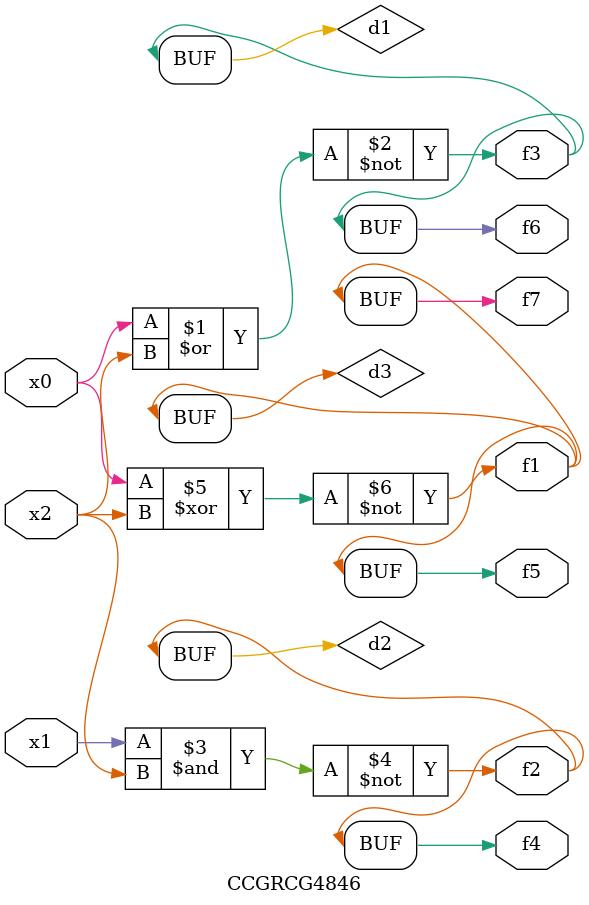
<source format=v>
module CCGRCG4846(
	input x0, x1, x2,
	output f1, f2, f3, f4, f5, f6, f7
);

	wire d1, d2, d3;

	nor (d1, x0, x2);
	nand (d2, x1, x2);
	xnor (d3, x0, x2);
	assign f1 = d3;
	assign f2 = d2;
	assign f3 = d1;
	assign f4 = d2;
	assign f5 = d3;
	assign f6 = d1;
	assign f7 = d3;
endmodule

</source>
